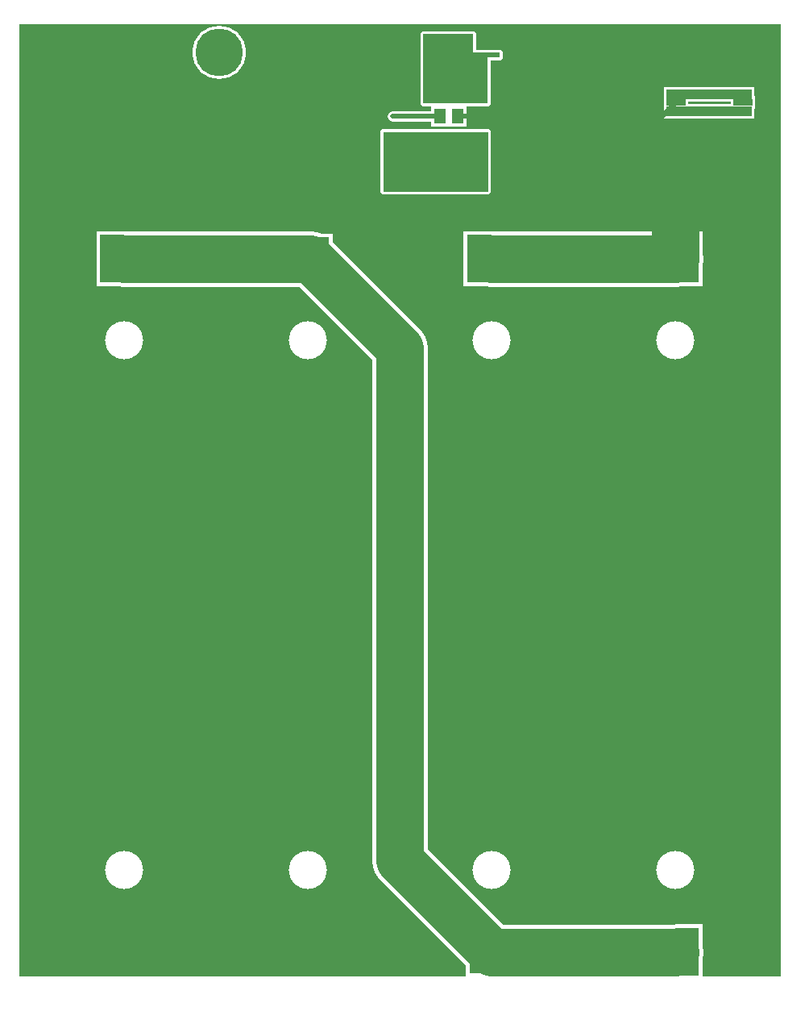
<source format=gbr>
%FSLAX34Y34*%
%MOMM*%
%LNCOPPER_BOTTOM*%
G71*
G01*
%ADD10C,4.000*%
%ADD11C,5.800*%
%ADD12R,2.600X1.400*%
%ADD13R,9.600X1.600*%
%ADD14C,1.200*%
%ADD15C,0.900*%
%ADD16C,0.800*%
%ADD17C,1.100*%
%ADD18C,0.600*%
%ADD19C,0.700*%
%ADD20C,5.600*%
%ADD21R,1.900X2.200*%
%ADD22C,5.000*%
%ADD23R,2.000X0.800*%
%ADD24R,9.000X1.000*%
%ADD25C,0.500*%
%ADD26C,0.100*%
%ADD27C,5.000*%
%ADD28R,1.300X1.600*%
%LPD*%
G36*
X-60000Y140000D02*
X740000Y140000D01*
X740000Y-860000D01*
X-60000Y-860000D01*
X-60000Y140000D01*
G37*
%LPC*%
X50000Y-192000D02*
G54D10*
D03*
X50000Y-748000D02*
G54D10*
D03*
G36*
X76500Y-79500D02*
X76500Y-132500D01*
X23500Y-132500D01*
X23500Y-79500D01*
X76500Y-79500D01*
G37*
X243000Y-192000D02*
G54D10*
D03*
X243000Y-748000D02*
G54D10*
D03*
G36*
X269500Y-79500D02*
X269500Y-132500D01*
X216500Y-132500D01*
X216500Y-79500D01*
X269500Y-79500D01*
G37*
X436000Y-192000D02*
G54D10*
D03*
X436000Y-748000D02*
G54D10*
D03*
G36*
X462500Y-79500D02*
X462500Y-132500D01*
X409500Y-132500D01*
X409500Y-79500D01*
X462500Y-79500D01*
G37*
G36*
X462500Y-807500D02*
X462500Y-860500D01*
X409500Y-860500D01*
X409500Y-807500D01*
X462500Y-807500D01*
G37*
X629000Y-192000D02*
G54D10*
D03*
X629000Y-748000D02*
G54D10*
D03*
G36*
X655500Y-79500D02*
X655500Y-132500D01*
X602500Y-132500D01*
X602500Y-79500D01*
X655500Y-79500D01*
G37*
G36*
X655500Y-807500D02*
X655500Y-860500D01*
X602500Y-860500D01*
X602500Y-807500D01*
X655500Y-807500D01*
G37*
G54D11*
X50000Y-106000D02*
X243000Y-106000D01*
X246000Y-106000D01*
X340000Y-200000D01*
X340000Y-738000D01*
X436000Y-834000D01*
X629000Y-834000D01*
G36*
X50000Y-77000D02*
X50000Y-135000D01*
X21000Y-135000D01*
X21000Y-77000D01*
X50000Y-77000D01*
G37*
G36*
X629000Y-863000D02*
X629000Y-805000D01*
X658000Y-805000D01*
X658000Y-863000D01*
X629000Y-863000D01*
G37*
G54D11*
X436000Y-106000D02*
X629000Y-106000D01*
G36*
X436000Y-77000D02*
X436000Y-135000D01*
X407000Y-135000D01*
X407000Y-77000D01*
X436000Y-77000D01*
G37*
G36*
X629000Y-135000D02*
X629000Y-77000D01*
X658000Y-77000D01*
X658000Y-135000D01*
X629000Y-135000D01*
G37*
X630000Y58000D02*
G54D12*
D03*
X700000Y58000D02*
G54D12*
D03*
X665000Y49000D02*
G54D13*
D03*
X665000Y67000D02*
G54D13*
D03*
G54D14*
X404000Y101500D02*
X396000Y101500D01*
G36*
X404000Y95500D02*
X404000Y107500D01*
X410000Y107500D01*
X410000Y95500D01*
X404000Y95500D01*
G37*
G36*
X396000Y107500D02*
X396000Y95500D01*
X390000Y95500D01*
X390000Y107500D01*
X396000Y107500D01*
G37*
G54D14*
X396000Y101500D02*
X396000Y62500D01*
G36*
X402000Y101500D02*
X390000Y101500D01*
X390000Y107500D01*
X402000Y107500D01*
X402000Y101500D01*
G37*
G36*
X390000Y62500D02*
X402000Y62500D01*
X402000Y56500D01*
X390000Y56500D01*
X390000Y62500D01*
G37*
X385000Y101500D02*
G54D15*
D03*
G54D14*
X377000Y101500D02*
X385000Y101500D01*
G36*
X377000Y107500D02*
X377000Y95500D01*
X371000Y95500D01*
X371000Y107500D01*
X377000Y107500D01*
G37*
G36*
X385000Y95500D02*
X385000Y107500D01*
X391000Y107500D01*
X391000Y95500D01*
X385000Y95500D01*
G37*
G54D14*
X385000Y101500D02*
X385000Y61500D01*
G36*
X391000Y101500D02*
X379000Y101500D01*
X379000Y107500D01*
X391000Y107500D01*
X391000Y101500D01*
G37*
G36*
X379000Y61500D02*
X391000Y61500D01*
X391000Y55500D01*
X379000Y55500D01*
X379000Y61500D01*
G37*
G36*
X387800Y58000D02*
X393500Y58000D01*
X393500Y104500D01*
X406900Y104500D01*
X406900Y118500D01*
X374200Y118500D01*
X374200Y104500D01*
X387800Y104500D01*
X387800Y58000D01*
G37*
G54D16*
X387800Y58000D02*
X393500Y58000D01*
X393500Y104500D01*
X406900Y104500D01*
X406900Y118500D01*
X374200Y118500D01*
X374200Y104500D01*
X387800Y104500D01*
X387800Y58000D01*
X630000Y-24600D02*
G54D12*
D03*
X700000Y-24600D02*
G54D12*
D03*
X665000Y-33600D02*
G54D13*
D03*
X665000Y-15600D02*
G54D13*
D03*
X365500Y44000D02*
G54D15*
D03*
X332000Y44000D02*
G54D15*
D03*
X349500Y44000D02*
G54D15*
D03*
X357500Y44000D02*
G54D15*
D03*
G54D17*
X382000Y44000D02*
X332000Y44000D01*
G36*
X364000Y130000D02*
X417000Y130000D01*
X417000Y110500D01*
X444500Y110500D01*
X444500Y105500D01*
X432000Y105500D01*
X432000Y57500D01*
X364000Y57500D01*
X364000Y130000D01*
G37*
G54D18*
X364000Y130000D02*
X417000Y130000D01*
X417000Y110500D01*
X444500Y110500D01*
X444500Y105500D01*
X432000Y105500D01*
X432000Y57500D01*
X364000Y57500D01*
X364000Y130000D01*
G36*
X432000Y-35000D02*
X432000Y27000D01*
X322500Y27000D01*
X322500Y-35000D01*
X432000Y-35000D01*
G37*
G54D19*
X432000Y-35000D02*
X432000Y27000D01*
X322500Y27000D01*
X322500Y-35000D01*
X432000Y-35000D01*
X150000Y110500D02*
G54D20*
D03*
X382000Y44000D02*
G54D21*
D03*
X401000Y44000D02*
G54D21*
D03*
X385000Y93500D02*
G54D15*
D03*
X385000Y85500D02*
G54D15*
D03*
X385000Y77500D02*
G54D15*
D03*
X385000Y69500D02*
G54D15*
D03*
X385000Y61500D02*
G54D15*
D03*
X377000Y101500D02*
G54D15*
D03*
X377000Y93500D02*
G54D15*
D03*
X377000Y85500D02*
G54D15*
D03*
X377000Y77500D02*
G54D15*
D03*
X377000Y69500D02*
G54D15*
D03*
X377000Y61500D02*
G54D15*
D03*
X396000Y101500D02*
G54D15*
D03*
X396000Y93500D02*
G54D15*
D03*
X396000Y85500D02*
G54D15*
D03*
X396000Y77500D02*
G54D15*
D03*
X396000Y69500D02*
G54D15*
D03*
X396000Y61500D02*
G54D15*
D03*
X404000Y101500D02*
G54D15*
D03*
X404000Y93500D02*
G54D15*
D03*
X404000Y85500D02*
G54D15*
D03*
X404000Y77500D02*
G54D15*
D03*
X404000Y69500D02*
G54D15*
D03*
X404000Y61500D02*
G54D15*
D03*
%LPD*%
G36*
X72500Y-83500D02*
X72500Y-128500D01*
X27500Y-128500D01*
X27500Y-83500D01*
X72500Y-83500D01*
G37*
G36*
X72500Y-811500D02*
X72500Y-856500D01*
X27500Y-856500D01*
X27500Y-811500D01*
X72500Y-811500D01*
G37*
G36*
X265500Y-83500D02*
X265500Y-128500D01*
X220500Y-128500D01*
X220500Y-83500D01*
X265500Y-83500D01*
G37*
G36*
X265500Y-811500D02*
X265500Y-856500D01*
X220500Y-856500D01*
X220500Y-811500D01*
X265500Y-811500D01*
G37*
G36*
X458500Y-83500D02*
X458500Y-128500D01*
X413500Y-128500D01*
X413500Y-83500D01*
X458500Y-83500D01*
G37*
G36*
X458500Y-811500D02*
X458500Y-856500D01*
X413500Y-856500D01*
X413500Y-811500D01*
X458500Y-811500D01*
G37*
G36*
X651500Y-83500D02*
X651500Y-128500D01*
X606500Y-128500D01*
X606500Y-83500D01*
X651500Y-83500D01*
G37*
G36*
X651500Y-811500D02*
X651500Y-856500D01*
X606500Y-856500D01*
X606500Y-811500D01*
X651500Y-811500D01*
G37*
G54D22*
X50000Y-106000D02*
X243000Y-106000D01*
X246000Y-106000D01*
X340000Y-200000D01*
X340000Y-738000D01*
X436000Y-834000D01*
X629000Y-834000D01*
G36*
X50000Y-81000D02*
X50000Y-131000D01*
X25000Y-131000D01*
X25000Y-81000D01*
X50000Y-81000D01*
G37*
G36*
X629000Y-859000D02*
X629000Y-809000D01*
X654000Y-809000D01*
X654000Y-859000D01*
X629000Y-859000D01*
G37*
G54D22*
X436000Y-106000D02*
X629000Y-106000D01*
G36*
X436000Y-81000D02*
X436000Y-131000D01*
X411000Y-131000D01*
X411000Y-81000D01*
X436000Y-81000D01*
G37*
G36*
X629000Y-131000D02*
X629000Y-81000D01*
X654000Y-81000D01*
X654000Y-131000D01*
X629000Y-131000D01*
G37*
X630000Y58000D02*
G54D23*
D03*
X700000Y58000D02*
G54D23*
D03*
X665000Y49000D02*
G54D24*
D03*
X665000Y67000D02*
G54D24*
D03*
G54D18*
X404000Y101500D02*
X396000Y101500D01*
G36*
X404000Y98500D02*
X404000Y104500D01*
X407000Y104500D01*
X407000Y98500D01*
X404000Y98500D01*
G37*
G36*
X396000Y104500D02*
X396000Y98500D01*
X393000Y98500D01*
X393000Y104500D01*
X396000Y104500D01*
G37*
G54D18*
X396000Y101500D02*
X396000Y62500D01*
G36*
X399000Y101500D02*
X393000Y101500D01*
X393000Y104500D01*
X399000Y104500D01*
X399000Y101500D01*
G37*
G36*
X393000Y62500D02*
X399000Y62500D01*
X399000Y59500D01*
X393000Y59500D01*
X393000Y62500D01*
G37*
G54D18*
X377000Y101500D02*
X385000Y101500D01*
G36*
X377000Y104500D02*
X377000Y98500D01*
X374000Y98500D01*
X374000Y104500D01*
X377000Y104500D01*
G37*
G36*
X385000Y98500D02*
X385000Y104500D01*
X388000Y104500D01*
X388000Y98500D01*
X385000Y98500D01*
G37*
G54D18*
X385000Y101500D02*
X385000Y61500D01*
G36*
X388000Y101500D02*
X382000Y101500D01*
X382000Y104500D01*
X388000Y104500D01*
X388000Y101500D01*
G37*
G36*
X382000Y61500D02*
X388000Y61500D01*
X388000Y58500D01*
X382000Y58500D01*
X382000Y61500D01*
G37*
G36*
X387800Y58000D02*
X393500Y58000D01*
X393500Y104500D01*
X406900Y104500D01*
X406900Y118500D01*
X374200Y118500D01*
X374200Y104500D01*
X387800Y104500D01*
X387800Y58000D01*
G37*
X630000Y-24600D02*
G54D23*
D03*
X700000Y-24600D02*
G54D23*
D03*
X665000Y-33600D02*
G54D24*
D03*
X665000Y-15600D02*
G54D24*
D03*
G54D22*
X629000Y-106000D02*
X629000Y-25600D01*
X630000Y-24600D01*
X700000Y-24600D01*
G36*
X604000Y-106000D02*
X654000Y-106000D01*
X654000Y-131000D01*
X604000Y-131000D01*
X604000Y-106000D01*
G37*
G36*
X700000Y-49600D02*
X700000Y400D01*
X725000Y400D01*
X725000Y-49600D01*
X700000Y-49600D01*
G37*
G54D25*
X382000Y44000D02*
X332000Y44000D01*
G36*
X364000Y130000D02*
X417000Y130000D01*
X417000Y110500D01*
X444500Y110500D01*
X444500Y105500D01*
X432000Y105500D01*
X432000Y57500D01*
X364000Y57500D01*
X364000Y130000D01*
G37*
G54D25*
X401000Y44000D02*
X616000Y44000D01*
X630000Y58000D01*
G36*
X432000Y-35000D02*
X432000Y27000D01*
X322500Y27000D01*
X322500Y-35000D01*
X432000Y-35000D01*
G37*
G54D26*
X432000Y-35000D02*
X432000Y27000D01*
X322500Y27000D01*
X322500Y-35000D01*
X432000Y-35000D01*
X50000Y110500D02*
G54D27*
D03*
X150000Y110500D02*
G54D27*
D03*
X382000Y44000D02*
G54D28*
D03*
X401000Y44000D02*
G54D28*
D03*
M02*

</source>
